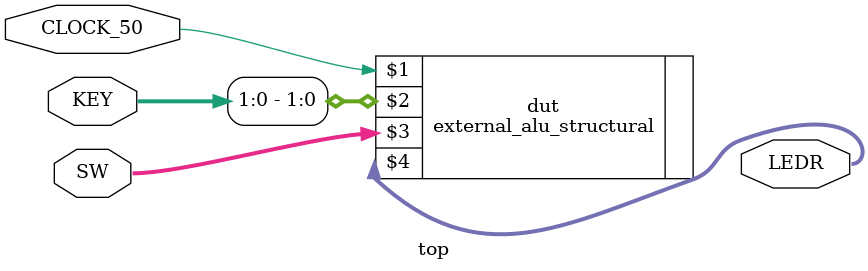
<source format=v>
module top (CLOCK_50, KEY, SW, LEDR);

    input CLOCK_50;             // DE-series 50 MHz clock signal
	 input wire [3:0] KEY;       // DE-series pushbuttons
    input wire [9:0] SW;        // DE-series switches
    
    output wire [9:0] LEDR;     // DE-series LEDs   

    external_alu_structural dut (CLOCK_50, KEY[1:0], SW[9:0], LEDR[9:0]);

endmodule

</source>
